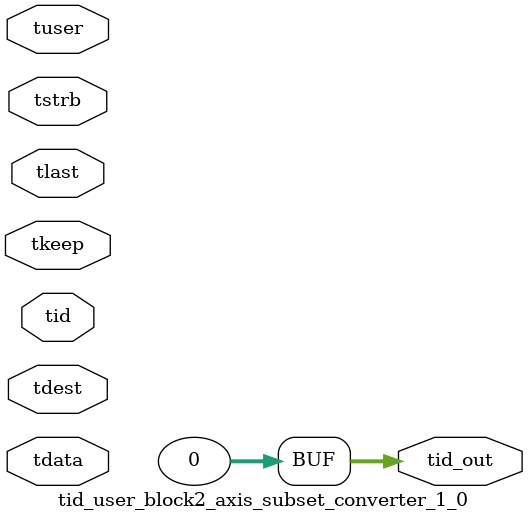
<source format=v>


`timescale 1ps/1ps

module tid_user_block2_axis_subset_converter_1_0 #
(
parameter C_S_AXIS_TID_WIDTH   = 1,
parameter C_S_AXIS_TUSER_WIDTH = 0,
parameter C_S_AXIS_TDATA_WIDTH = 0,
parameter C_S_AXIS_TDEST_WIDTH = 0,
parameter C_M_AXIS_TID_WIDTH   = 32
)
(
input  [(C_S_AXIS_TID_WIDTH   == 0 ? 1 : C_S_AXIS_TID_WIDTH)-1:0       ] tid,
input  [(C_S_AXIS_TDATA_WIDTH == 0 ? 1 : C_S_AXIS_TDATA_WIDTH)-1:0     ] tdata,
input  [(C_S_AXIS_TUSER_WIDTH == 0 ? 1 : C_S_AXIS_TUSER_WIDTH)-1:0     ] tuser,
input  [(C_S_AXIS_TDEST_WIDTH == 0 ? 1 : C_S_AXIS_TDEST_WIDTH)-1:0     ] tdest,
input  [(C_S_AXIS_TDATA_WIDTH/8)-1:0 ] tkeep,
input  [(C_S_AXIS_TDATA_WIDTH/8)-1:0 ] tstrb,
input                                                                    tlast,
output [(C_M_AXIS_TID_WIDTH   == 0 ? 1 : C_M_AXIS_TID_WIDTH)-1:0       ] tid_out
);

assign tid_out = {1'b0};

endmodule


</source>
